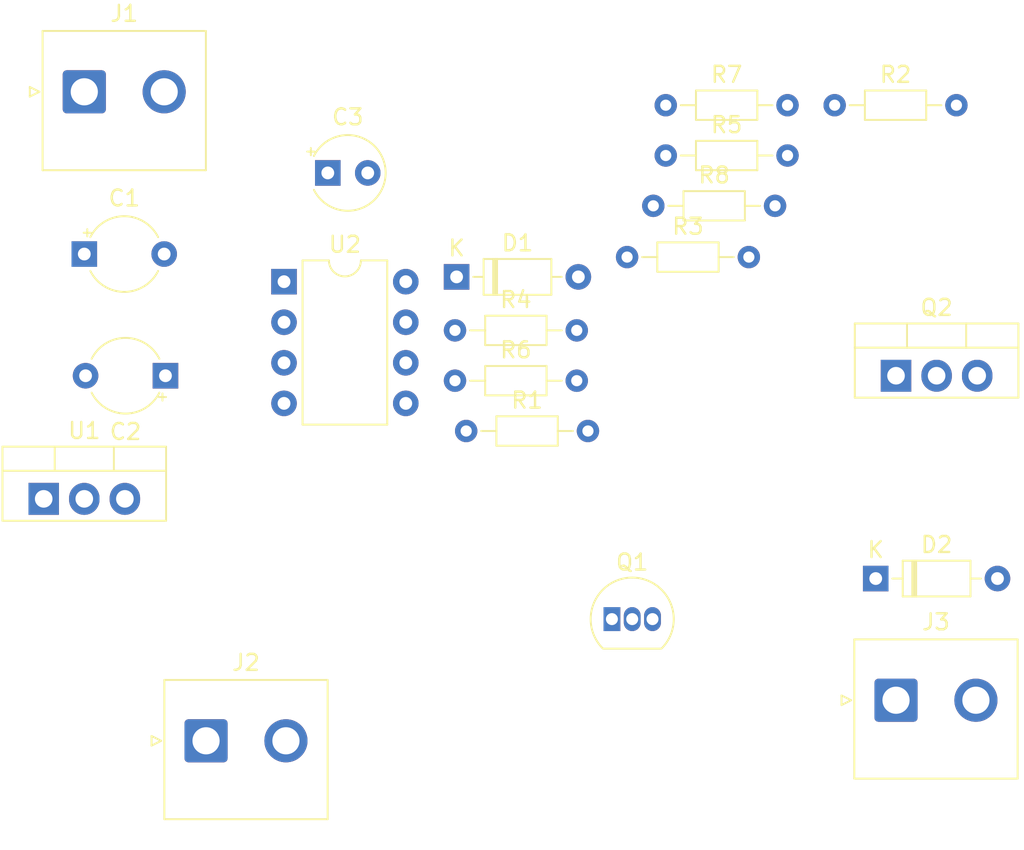
<source format=kicad_pcb>
(kicad_pcb (version 20211014) (generator pcbnew)
  (layers (0 "F.Cu" signal) (31 "B.Cu" signal) (34 "B.Paste" user) (35 "F.Paste" user) (36 "B.SilkS" user "B.Silkscreen") (37 "F.SilkS" user "F.Silkscreen") (38 "B.Mask" user) (39 "F.Mask" user) (44 "Edge.Cuts" user))
  (net 0 "")
  (net 1 "+12V")
  (net 2 "GND")
  (net 3 "VDD")
  (net 4 "Net-(D1-Pad1)")
  (net 5 "Net-(D1-Pad2)")
  (net 6 "Net-(D2-Pad1)")
  (net 7 "Net-(Q1-Pad1)")
  (net 8 "Net-(Q2-Pad1)")
  (net 9 "Net-(R2-Pad2)")
  (net 10 "Net-(R3-Pad2)")
  (net 11 "Net-(R4-Pad1)")
  (net 12 "Net-(R5-Pad1)")
  (net 13 "Net-(R6-Pad1)")
  (net 14 "Net-(J2-Pad1)")
  (net 15 "Net-(Q1-Pad2)")
  (footprint "Resistor_THT:R_Axial_DIN0204_L3.6mm_D1.6mm_P7.62mm_Horizontal" (layer "F.Cu") (at 120.210225 94.82)
    (fp_text reference "R7" (at 3.81 -1.92) (layer "F.SilkS"))
    (fp_text value "10K")
    (fp_line (start 0.94 0) (end 1.89 0) (layer "F.SilkS") (width 0.12))
    (fp_line (start 1.89 -0.92) (end 1.89 0.92) (layer "F.SilkS") (width 0.12))
    (fp_line (start 5.73 -0.92) (end 1.89 -0.92) (layer "F.SilkS") (width 0.12))
    (fp_line (start 1.89 0.92) (end 5.73 0.92) (layer "F.SilkS") (width 0.12))
    (fp_line (start 5.73 0.92) (end 5.73 -0.92) (layer "F.SilkS") (width 0.12))
    (fp_line (start 6.68 0) (end 5.73 0) (layer "F.SilkS") (width 0.12))
    (pad "1" thru_hole circle (at 0 0) (size 1.4 1.4) (drill 0.7) (layers *.Cu *.Mask) (net 7 "Net-(Q1-Pad1)"))
    (pad "2" thru_hole oval (at 7.62 0) (size 1.4 1.4) (drill 0.7) (layers *.Cu *.Mask) (net 1 "+12V"))
  )
  (footprint "Resistor_THT:R_Axial_DIN0204_L3.6mm_D1.6mm_P7.62mm_Horizontal" (layer "F.Cu") (at 120.210225 97.97)
    (fp_text reference "R5" (at 3.81 -1.92) (layer "F.SilkS"))
    (fp_text value "10K")
    (fp_line (start 5.73 -0.92) (end 1.89 -0.92) (layer "F.SilkS") (width 0.12))
    (fp_line (start 1.89 0.92) (end 5.73 0.92) (layer "F.SilkS") (width 0.12))
    (fp_line (start 0.94 0) (end 1.89 0) (layer "F.SilkS") (width 0.12))
    (fp_line (start 6.68 0) (end 5.73 0) (layer "F.SilkS") (width 0.12))
    (fp_line (start 1.89 -0.92) (end 1.89 0.92) (layer "F.SilkS") (width 0.12))
    (fp_line (start 5.73 0.92) (end 5.73 -0.92) (layer "F.SilkS") (width 0.12))
    (pad "1" thru_hole circle (at 0 0) (size 1.4 1.4) (drill 0.7) (layers *.Cu *.Mask) (net 12 "Net-(R5-Pad1)"))
    (pad "2" thru_hole oval (at 7.62 0) (size 1.4 1.4) (drill 0.7) (layers *.Cu *.Mask) (net 15 "Net-(Q1-Pad2)"))
  )
  (footprint "Package_TO_SOT_THT:TO-220-3_Vertical" (layer "F.Cu") (at 134.62 111.76)
    (fp_text reference "Q2" (at 2.54 -4.27) (layer "F.SilkS"))
    (fp_text value "FQP27P06")
    (fp_line (start 4.391 -3.27) (end 4.391 -1.76) (layer "F.SilkS") (width 0.12))
    (fp_line (start -2.58 -1.76) (end 7.66 -1.76) (layer "F.SilkS") (width 0.12))
    (fp_line (start -2.58 -3.27) (end -2.58 1.371) (layer "F.SilkS") (width 0.12))
    (fp_line (start 7.66 -3.27) (end 7.66 1.371) (layer "F.SilkS") (width 0.12))
    (fp_line (start 0.69 -3.27) (end 0.69 -1.76) (layer "F.SilkS") (width 0.12))
    (fp_line (start -2.58 1.371) (end 7.66 1.371) (layer "F.SilkS") (width 0.12))
    (fp_line (start -2.58 -3.27) (end 7.66 -3.27) (layer "F.SilkS") (width 0.12))
    (pad "1" thru_hole rect (at 0 0) (size 1.905 2) (drill 1.1) (layers *.Cu *.Mask) (net 8 "Net-(Q2-Pad1)"))
    (pad "2" thru_hole oval (at 2.54 0) (size 1.905 2) (drill 1.1) (layers *.Cu *.Mask) (net 6 "Net-(D2-Pad1)"))
    (pad "3" thru_hole oval (at 5.08 0) (size 1.905 2) (drill 1.1) (layers *.Cu *.Mask) (net 1 "+12V"))
  )
  (footprint "Resistor_THT:R_Axial_DIN0204_L3.6mm_D1.6mm_P7.62mm_Horizontal" (layer "F.Cu") (at 117.790225 104.33)
    (fp_text reference "R3" (at 3.81 -1.92) (layer "F.SilkS"))
    (fp_text value "10K")
    (fp_line (start 5.73 0.92) (end 5.73 -0.92) (layer "F.SilkS") (width 0.12))
    (fp_line (start 1.89 0.92) (end 5.73 0.92) (layer "F.SilkS") (width 0.12))
    (fp_line (start 6.68 0) (end 5.73 0) (layer "F.SilkS") (width 0.12))
    (fp_line (start 0.94 0) (end 1.89 0) (layer "F.SilkS") (width 0.12))
    (fp_line (start 5.73 -0.92) (end 1.89 -0.92) (layer "F.SilkS") (width 0.12))
    (fp_line (start 1.89 -0.92) (end 1.89 0.92) (layer "F.SilkS") (width 0.12))
    (pad "1" thru_hole circle (at 0 0) (size 1.4 1.4) (drill 0.7) (layers *.Cu *.Mask) (net 2 "GND"))
    (pad "2" thru_hole oval (at 7.62 0) (size 1.4 1.4) (drill 0.7) (layers *.Cu *.Mask) (net 10 "Net-(R3-Pad2)"))
  )
  (footprint "Package_TO_SOT_THT:TO-220-3_Vertical" (layer "F.Cu") (at 81.28 119.47)
    (fp_text reference "U1" (at 2.54 -4.27) (layer "F.SilkS"))
    (fp_text value "LM7805")
    (fp_line (start 0.69 -3.27) (end 0.69 -1.76) (layer "F.SilkS") (width 0.12))
    (fp_line (start -2.58 -3.27) (end -2.58 1.371) (layer "F.SilkS") (width 0.12))
    (fp_line (start -2.58 -3.27) (end 7.66 -3.27) (layer "F.SilkS") (width 0.12))
    (fp_line (start -2.58 -1.76) (end 7.66 -1.76) (layer "F.SilkS") (width 0.12))
    (fp_line (start 4.391 -3.27) (end 4.391 -1.76) (layer "F.SilkS") (width 0.12))
    (fp_line (start -2.58 1.371) (end 7.66 1.371) (layer "F.SilkS") (width 0.12))
    (fp_line (start 7.66 -3.27) (end 7.66 1.371) (layer "F.SilkS") (width 0.12))
    (pad "1" thru_hole rect (at 0 0) (size 1.905 2) (drill 1.1) (layers *.Cu *.Mask) (net 1 "+12V"))
    (pad "2" thru_hole oval (at 2.54 0) (size 1.905 2) (drill 1.1) (layers *.Cu *.Mask) (net 2 "GND"))
    (pad "3" thru_hole oval (at 5.08 0) (size 1.905 2) (drill 1.1) (layers *.Cu *.Mask) (net 3 "VDD"))
  )
  (footprint "Connector_JST:JST_NV_B02P-NV_1x02_P5.00mm_Vertical" (layer "F.Cu") (at 91.44 134.62)
    (fp_text reference "J2" (at 2.5 -4.9) (layer "F.SilkS"))
    (fp_text value "Trigger")
    (fp_line (start -3.41 0.3) (end -3.41 -0.3) (layer "F.SilkS") (width 0.12))
    (fp_line (start -2.61 4.91) (end 7.61 4.91) (layer "F.SilkS") (width 0.12))
    (fp_line (start -2.61 -3.81) (end -2.61 4.91) (layer "F.SilkS") (width 0.12))
    (fp_line (start -3.41 -0.3) (end -2.81 0) (layer "F.SilkS") (width 0.12))
    (fp_line (start 7.61 4.91) (end 7.61 -3.81) (layer "F.SilkS") (width 0.12))
    (fp_line (start 7.61 -3.81) (end -2.61 -3.81) (layer "F.SilkS") (width 0.12))
    (fp_line (start -2.81 0) (end -3.41 0.3) (layer "F.SilkS") (width 0.12))
    (pad "1" thru_hole roundrect (at 0 0) (size 2.7 2.7) (drill 1.7) (layers *.Cu *.Mask) (roundrect_rratio 0.092593) (net 14 "Net-(J2-Pad1)"))
    (pad "2" thru_hole circle (at 5 0) (size 2.7 2.7) (drill 1.7) (layers *.Cu *.Mask) (net 2 "GND"))
  )
  (footprint "Capacitor_THT:CP_Radial_Tantal_D4.5mm_P5.00mm" (layer "F.Cu") (at 83.82 104.14)
    (fp_text reference "C1" (at 2.5 -3.5) (layer "F.SilkS"))
    (fp_text value "47uf")
    (fp_line (start -0.037288 -1.335) (end 0.412712 -1.335) (layer "F.SilkS") (width 0.12))
    (fp_line (start 0.187712 -1.56) (end 0.187712 -1.11) (layer "F.SilkS") (width 0.12))
    (fp_arc (start 0.380259 -1.06) (mid 2.5 -2.37) (end 4.619741 -1.06) (layer "F.SilkS") (width 0.12))
    (fp_arc (start 4.619741 1.06) (mid 2.5 2.37) (end 0.380259 1.06) (layer "F.SilkS") (width 0.12))
    (pad "1" thru_hole rect (at 0 0) (size 1.6 1.6) (drill 0.8) (layers *.Cu *.Mask) (net 1 "+12V"))
    (pad "2" thru_hole circle (at 5 0) (size 1.6 1.6) (drill 0.8) (layers *.Cu *.Mask) (net 2 "GND"))
  )
  (footprint "Package_TO_SOT_THT:TO-92_Inline" (layer "F.Cu") (at 116.84 127)
    (fp_text reference "Q1" (at 1.27 -3.56) (layer "F.SilkS"))
    (fp_text value "BC547")
    (fp_line (start -0.53 1.85) (end 3.07 1.85) (layer "F.SilkS") (width 0.12))
    (fp_arc (start 1.27 -2.6) (mid 3.672087 -0.994977) (end 3.108478 1.838478) (layer "F.SilkS") (width 0.12))
    (fp_arc (start -0.568478 1.838478) (mid -1.132087 -0.994977) (end 1.27 -2.6) (layer "F.SilkS") (width 0.12))
    (pad "1" thru_hole rect (at 0 0) (size 1.05 1.5) (drill 0.75) (layers *.Cu *.Mask) (net 7 "Net-(Q1-Pad1)"))
    (pad "2" thru_hole oval (at 1.27 0) (size 1.05 1.5) (drill 0.75) (layers *.Cu *.Mask) (net 15 "Net-(Q1-Pad2)"))
    (pad "3" thru_hole oval (at 2.54 0) (size 1.05 1.5) (drill 0.75) (layers *.Cu *.Mask) (net 2 "GND"))
  )
  (footprint "Connector_JST:JST_NV_B02P-NV_1x02_P5.00mm_Vertical" (layer "F.Cu") (at 83.82 93.98)
    (fp_text reference "J1" (at 2.5 -4.9) (layer "F.SilkS"))
    (fp_text value "12V Power")
    (fp_line (start -2.61 -3.81) (end -2.61 4.91) (layer "F.SilkS") (width 0.12))
    (fp_line (start -2.61 4.91) (end 7.61 4.91) (layer "F.SilkS") (width 0.12))
    (fp_line (start -3.41 0.3) (end -3.41 -0.3) (layer "F.SilkS") (width 0.12))
    (fp_line (start -3.41 -0.3) (end -2.81 0) (layer "F.SilkS") (width 0.12))
    (fp_line (start 7.61 4.91) (end 7.61 -3.81) (layer "F.SilkS") (width 0.12))
    (fp_line (start -2.81 0) (end -3.41 0.3) (layer "F.SilkS") (width 0.12))
    (fp_line (start 7.61 -3.81) (end -2.61 -3.81) (layer "F.SilkS") (width 0.12))
    (pad "1" thru_hole roundrect (at 0 0) (size 2.7 2.7) (drill 1.7) (layers *.Cu *.Mask) (roundrect_rratio 0.092593) (net 1 "+12V"))
    (pad "2" thru_hole circle (at 5 0) (size 2.7 2.7) (drill 1.7) (layers *.Cu *.Mask) (net 2 "GND"))
  )
  (footprint "Diode_THT:D_DO-35_SOD27_P7.62mm_Horizontal" (layer "F.Cu") (at 107.120225 105.57)
    (fp_text reference "D1" (at 3.81 -2.12) (layer "F.SilkS"))
    (fp_text value "1N4148")
    (fp_text user "K" (at 0 -1.8) (layer "F.SilkS"))
    (fp_line (start 6.58 0) (end 5.93 0) (layer "F.SilkS") (width 0.12))
    (fp_line (start 2.29 -1.12) (end 2.29 1.12) (layer "F.SilkS") (width 0.12))
    (fp_line (start 2.41 -1.12) (end 2.41 1.12) (layer "F.SilkS") (width 0.12))
    (fp_line (start 5.93 -1.12) (end 1.69 -1.12) (layer "F.SilkS") (width 0.12))
    (fp_line (start 2.53 -1.12) (end 2.53 1.12) (layer "F.SilkS") (width 0.12))
    (fp_line (start 1.69 -1.12) (end 1.69 1.12) (layer "F.SilkS") (width 0.12))
    (fp_line (start 1.04 0) (end 1.69 0) (layer "F.SilkS") (width 0.12))
    (fp_line (start 5.93 1.12) (end 5.93 -1.12) (layer "F.SilkS") (width 0.12))
    (fp_line (start 1.69 1.12) (end 5.93 1.12) (layer "F.SilkS") (width 0.12))
    (pad "1" thru_hole rect (at 0 0) (size 1.6 1.6) (drill 0.8) (layers *.Cu *.Mask) (net 4 "Net-(D1-Pad1)"))
    (pad "2" thru_hole oval (at 7.62 0) (size 1.6 1.6) (drill 0.8) (layers *.Cu *.Mask) (net 5 "Net-(D1-Pad2)"))
  )
  (footprint "Resistor_THT:R_Axial_DIN0204_L3.6mm_D1.6mm_P7.62mm_Horizontal" (layer "F.Cu") (at 107.020225 112.07)
    (fp_text reference "R6" (at 3.81 -1.92) (layer "F.SilkS"))
    (fp_text value "10K")
    (fp_line (start 1.89 0.92) (end 5.73 0.92) (layer "F.SilkS") (width 0.12))
    (fp_line (start 5.73 0.92) (end 5.73 -0.92) (layer "F.SilkS") (width 0.12))
    (fp_line (start 5.73 -0.92) (end 1.89 -0.92) (layer "F.SilkS") (width 0.12))
    (fp_line (start 1.89 -0.92) (end 1.89 0.92) (layer "F.SilkS") (width 0.12))
    (fp_line (start 6.68 0) (end 5.73 0) (layer "F.SilkS") (width 0.12))
    (fp_line (start 0.94 0) (end 1.89 0) (layer "F.SilkS") (width 0.12))
    (pad "1" thru_hole circle (at 0 0) (size 1.4 1.4) (drill 0.7) (layers *.Cu *.Mask) (net 13 "Net-(R6-Pad1)"))
    (pad "2" thru_hole oval (at 7.62 0) (size 1.4 1.4) (drill 0.7) (layers *.Cu *.Mask) (net 2 "GND"))
  )
  (footprint "Resistor_THT:R_Axial_DIN0204_L3.6mm_D1.6mm_P7.62mm_Horizontal" (layer "F.Cu") (at 107.720225 115.22)
    (fp_text reference "R1" (at 3.81 -1.92) (layer "F.SilkS"))
    (fp_text value "10K")
    (fp_line (start 5.73 -0.92) (end 1.89 -0.92) (layer "F.SilkS") (width 0.12))
    (fp_line (start 0.94 0) (end 1.89 0) (layer "F.SilkS") (width 0.12))
    (fp_line (start 1.89 0.92) (end 5.73 0.92) (layer "F.SilkS") (width 0.12))
    (fp_line (start 1.89 -0.92) (end 1.89 0.92) (layer "F.SilkS") (width 0.12))
    (fp_line (start 5.73 0.92) (end 5.73 -0.92) (layer "F.SilkS") (width 0.12))
    (fp_line (start 6.68 0) (end 5.73 0) (layer "F.SilkS") (width 0.12))
    (pad "1" thru_hole circle (at 0 0) (size 1.4 1.4) (drill 0.7) (layers *.Cu *.Mask) (net 14 "Net-(J2-Pad1)"))
    (pad "2" thru_hole oval (at 7.62 0) (size 1.4 1.4) (drill 0.7) (layers *.Cu *.Mask) (net 4 "Net-(D1-Pad1)"))
  )
  (footprint "Resistor_THT:R_Axial_DIN0204_L3.6mm_D1.6mm_P7.62mm_Horizontal" (layer "F.Cu") (at 130.780225 94.82)
    (fp_text reference "R2" (at 3.81 -1.92) (layer "F.SilkS"))
    (fp_text value "10K")
    (fp_line (start 1.89 -0.92) (end 1.89 0.92) (layer "F.SilkS") (width 0.12))
    (fp_line (start 0.94 0) (end 1.89 0) (layer "F.SilkS") (width 0.12))
    (fp_line (start 1.89 0.92) (end 5.73 0.92) (layer "F.SilkS") (width 0.12))
    (fp_line (start 5.73 0.92) (end 5.73 -0.92) (layer "F.SilkS") (width 0.12))
    (fp_line (start 5.73 -0.92) (end 1.89 -0.92) (layer "F.SilkS") (width 0.12))
    (fp_line (start 6.68 0) (end 5.73 0) (layer "F.SilkS") (width 0.12))
    (pad "1" thru_hole circle (at 0 0) (size 1.4 1.4) (drill 0.7) (layers *.Cu *.Mask) (net 2 "GND"))
    (pad "2" thru_hole oval (at 7.62 0) (size 1.4 1.4) (drill 0.7) (layers *.Cu *.Mask) (net 9 "Net-(R2-Pad2)"))
  )
  (footprint "Capacitor_THT:CP_Radial_Tantal_D4.5mm_P5.00mm" (layer "F.Cu") (at 88.9 111.76 180)
    (fp_text reference "C2" (at 2.5 -3.5) (layer "F.SilkS"))
    (fp_text value "10uf")
    (fp_line (start -0.037288 -1.335) (end 0.412712 -1.335) (layer "F.SilkS") (width 0.12))
    (fp_line (start 0.187712 -1.56) (end 0.187712 -1.11) (layer "F.SilkS") (width 0.12))
    (fp_arc (start 4.619741 1.06) (mid 2.5 2.37) (end 0.380259 1.06) (layer "F.SilkS") (width 0.12))
    (fp_arc (start 0.380259 -1.06) (mid 2.5 -2.37) (end 4.619741 -1.06) (layer "F.SilkS") (width 0.12))
    (pad "1" thru_hole rect (at 0 0 180) (size 1.6 1.6) (drill 0.8) (layers *.Cu *.Mask) (net 3 "VDD"))
    (pad "2" thru_hole circle (at 5 0 180) (size 1.6 1.6) (drill 0.8) (layers *.Cu *.Mask) (net 2 "GND"))
  )
  (footprint "Capacitor_THT:CP_Radial_Tantal_D4.5mm_P2.50mm" (layer "F.Cu") (at 99.06 99.06)
    (fp_text reference "C3" (at 1.25 -3.5) (layer "F.SilkS"))
    (fp_text value "10nf")
    (fp_line (start -1.287288 -1.335) (end -0.837288 -1.335) (layer "F.SilkS") (width 0.12))
    (fp_line (start -1.062288 -1.56) (end -1.062288 -1.11) (layer "F.SilkS") (width 0.12))
    (fp_arc (start -0.869741 -1.06) (mid 3.62 0) (end -0.869741 1.06) (layer "F.SilkS") (width 0.12))
    (pad "1" thru_hole rect (at 0 0) (size 1.6 1.6) (drill 0.8) (layers *.Cu *.Mask) (net 3 "VDD"))
    (pad "2" thru_hole circle (at 2.5 0) (size 1.6 1.6) (drill 0.8) (layers *.Cu *.Mask) (net 2 "GND"))
  )
  (footprint "Resistor_THT:R_Axial_DIN0204_L3.6mm_D1.6mm_P7.62mm_Horizontal" (layer "F.Cu") (at 119.430225 101.12)
    (fp_text reference "R8" (at 3.81 -1.92) (layer "F.SilkS"))
    (fp_text value "10K")
    (fp_line (start 5.73 0.92) (end 5.73 -0.92) (layer "F.SilkS") (width 0.12))
    (fp_line (start 1.89 -0.92) (end 1.89 0.92) (layer "F.SilkS") (width 0.12))
    (fp_line (start 6.68 0) (end 5.73 0) (layer "F.SilkS") (width 0.12))
    (fp_line (start 0.94 0) (end 1.89 0) (layer "F.SilkS") (width 0.12))
    (fp_line (start 5.73 -0.92) (end 1.89 -0.92) (layer "F.SilkS") (width 0.12))
    (fp_line (start 1.89 0.92) (end 5.73 0.92) (layer "F.SilkS") (width 0.12))
    (pad "1" thru_hole circle (at 0 0) (size 1.4 1.4) (drill 0.7) (layers *.Cu *.Mask) (net 7 "Net-(Q1-Pad1)"))
    (pad "2" thru_hole oval (at 7.62 0) (size 1.4 1.4) (drill 0.7) (layers *.Cu *.Mask) (net 8 "Net-(Q2-Pad1)"))
  )
  (footprint "Package_DIP:DIP-8_W7.62mm" (layer "F.Cu") (at 96.320225 105.87)
    (fp_text reference "U2" (at 3.81 -2.33) (layer "F.SilkS"))
    (fp_text value "PIC12F1572")
    (fp_line (start 2.81 -1.33) (end 1.16 -1.33) (layer "F.SilkS") (width 0.12))
    (fp_line (start 1.16 8.95) (end 6.46 8.95) (layer "F.SilkS") (width 0.12))
    (fp_line (start 6.46 -1.33) (end 4.81 -1.33) (layer "F.SilkS") (width 0.12))
    (fp_line (start 6.46 8.95) (end 6.46 -1.33) (layer "F.SilkS") (width 0.12))
    (fp_line (start 1.16 -1.33) (end 1.16 8.95) (layer "F.SilkS") (width 0.12))
    (fp_arc (start 4.81 -1.33) (mid 3.81 -0.33) (end 2.81 -1.33) (layer "F.SilkS") (width 0.12))
    (pad "1" thru_hole rect (at 0 0) (size 1.6 1.6) (drill 0.8) (layers *.Cu *.Mask) (net 3 "VDD"))
    (pad "2" thru_hole oval (at 0 2.54) (size 1.6 1.6) (drill 0.8) (layers *.Cu *.Mask) (net 13 "Net-(R6-Pad1)"))
    (pad "3" thru_hole oval (at 0 5.08) (size 1.6 1.6) (drill 0.8) (layers *.Cu *.Mask) (net 12 "Net-(R5-Pad1)"))
    (pad "4" thru_hole oval (at 0 7.62) (size 1.6 1.6) (drill 0.8) (layers *.Cu *.Mask) (net 11 "Net-(R4-Pad1)"))
    (pad "5" thru_hole oval (at 7.62 7.62) (size 1.6 1.6) (drill 0.8) (layers *.Cu *.Mask) (net 5 "Net-(D1-Pad2)"))
    (pad "6" thru_hole oval (at 7.62 5.08) (size 1.6 1.6) (drill 0.8) (layers *.Cu *.Mask) (net 10 "Net-(R3-Pad2)"))
    (pad "7" thru_hole oval (at 7.62 2.54) (size 1.6 1.6) (drill 0.8) (layers *.Cu *.Mask) (net 9 "Net-(R2-Pad2)"))
    (pad "8" thru_hole oval (at 7.62 0) (size 1.6 1.6) (drill 0.8) (layers *.Cu *.Mask) (net 2 "GND"))
  )
  (footprint "Resistor_THT:R_Axial_DIN0204_L3.6mm_D1.6mm_P7.62mm_Horizontal" (layer "F.Cu") (at 107.020225 108.92)
    (fp_text reference "R4" (at 3.81 -1.92) (layer "F.SilkS"))
    (fp_text value "10K")
    (fp_line (start 6.68 0) (end 5.73 0) (layer "F.SilkS") (width 0.12))
    (fp_line (start 1.89 -0.92) (end 1.89 0.92) (layer "F.SilkS") (width 0.12))
    (fp_line (start 1.89 0.92) (end 5.73 0.92) (layer "F.SilkS") (width 0.12))
    (fp_line (start 5.73 -0.92) (end 1.89 -0.92) (layer "F.SilkS") (width 0.12))
    (fp_line (start 5.73 0.92) (end 5.73 -0.92) (layer "F.SilkS") (width 0.12))
    (fp_line (start 0.94 0) (end 1.89 0) (layer "F.SilkS") (width 0.12))
    (pad "1" thru_hole circle (at 0 0) (size 1.4 1.4) (drill 0.7) (layers *.Cu *.Mask) (net 11 "Net-(R4-Pad1)"))
    (pad "2" thru_hole oval (at 7.62 0) (size 1.4 1.4) (drill 0.7) (layers *.Cu *.Mask) (net 3 "VDD"))
  )
  (footprint "Connector_JST:JST_NV_B02P-NV_1x02_P5.00mm_Vertical" (layer "F.Cu") (at 134.62 132.08)
    (fp_text reference "J3" (at 2.5 -4.9) (layer "F.SilkS"))
    (fp_text value "Load")
    (fp_line (start -3.41 0.3) (end -3.41 -0.3) (layer "F.SilkS") (width 0.12))
    (fp_line (start 7.61 -3.81) (end -2.61 -3.81) (layer "F.SilkS") (width 0.12))
    (fp_line (start -2.61 -3.81) (end -2.61 4.91) (layer "F.SilkS") (width 0.12))
    (fp_line (start 7.61 4.91) (end 7.61 -3.81) (layer "F.SilkS") (width 0.12))
    (fp_line (start -2.61 4.91) (end 7.61 4.91) (layer "F.SilkS") (width 0.12))
    (fp_line (start -2.81 0) (end -3.41 0.3) (layer "F.SilkS") (width 0.12))
    (fp_line (start -3.41 -0.3) (end -2.81 0) (layer "F.SilkS") (width 0.12))
    (pad "1" thru_hole roundrect (at 0 0) (size 2.7 2.7) (drill 1.7) (layers *.Cu *.Mask) (roundrect_rratio 0.092593) (net 6 "Net-(D2-Pad1)"))
    (pad "2" thru_hole circle (at 5 0) (size 2.7 2.7) (drill 1.7) (layers *.Cu *.Mask) (net 2 "GND"))
  )
  (footprint "Diode_THT:D_DO-35_SOD27_P7.62mm_Horizontal" (layer "F.Cu") (at 133.35 124.46)
    (fp_text reference "D2" (at 3.81 -2.12) (layer "F.SilkS"))
    (fp_text value "1N4148")
    (fp_text user "K" (at 0 -1.8) (layer "F.SilkS"))
    (fp_line (start 2.29 -1.12) (end 2.29 1.12) (layer "F.SilkS") (width 0.12))
    (fp_line (start 1.69 1.12) (end 5.93 1.12) (layer "F.SilkS") (width 0.12))
    (fp_line (start 5.93 -1.12) (end 1.69 -1.12) (layer "F.SilkS") (width 0.12))
    (fp_line (start 5.93 1.12) (end 5.93 -1.12) (layer "F.SilkS") (width 0.12))
    (fp_line (start 2.41 -1.12) (end 2.41 1.12) (layer "F.SilkS") (width 0.12))
    (fp_line (start 1.69 -1.12) (end 1.69 1.12) (layer "F.SilkS") (width 0.12))
    (fp_line (start 6.58 0) (end 5.93 0) (layer "F.SilkS") (width 0.12))
    (fp_line (start 2.53 -1.12) (end 2.53 1.12) (layer "F.SilkS") (width 0.12))
    (fp_line (start 1.04 0) (end 1.69 0) (layer "F.SilkS") (width 0.12))
    (pad "1" thru_hole rect (at 0 0) (size 1.6 1.6) (drill 0.8) (layers *.Cu *.Mask) (net 6 "Net-(D2-Pad1)"))
    (pad "2" thru_hole oval (at 7.62 0) (size 1.6 1.6) (drill 0.8) (layers *.Cu *.Mask) (net 2 "GND"))
  )
)
</source>
